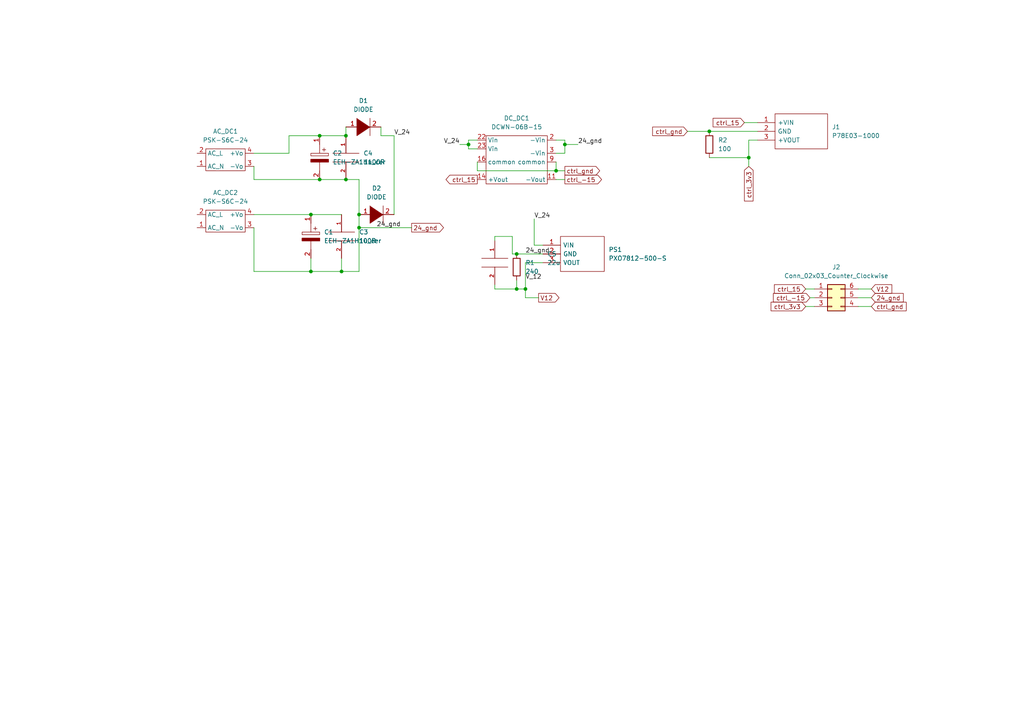
<source format=kicad_sch>
(kicad_sch (version 20211123) (generator eeschema)
  (paper "A4")
  (lib_symbols
    (symbol "Connector_Generic:Conn_02x03_Counter_Clockwise" (pin_names (offset 1.016) hide)
      (property "Reference" "J" (at 1.27 5.08 0))
      (property "Value" "Conn_02x03_Counter_Clockwise" (at 1.27 -5.08 0))
      (symbol "Conn_02x03_Counter_Clockwise_1_1"
        (rectangle (start -1.27 -2.413) (end 0 -2.667) (stroke (width 0.1524)))
        (rectangle (start -1.27 0.127) (end 0 -0.127) (stroke (width 0.1524)))
        (rectangle (start -1.27 2.667) (end 0 2.413) (stroke (width 0.1524)))
        (rectangle (start -1.27 3.81) (end 3.81 -3.81) (stroke (width 0.254)) (fill (type background)))
        (rectangle (start 3.81 -2.413) (end 2.54 -2.667) (stroke (width 0.1524)))
        (rectangle (start 3.81 0.127) (end 2.54 -0.127) (stroke (width 0.1524)))
        (rectangle (start 3.81 2.667) (end 2.54 2.413) (stroke (width 0.1524)))
        (pin passive line (at -5.08 2.54 0) (length 3.81) (name "Pin_1") (number "1"))
        (pin passive line (at -5.08 0 0) (length 3.81) (name "Pin_2") (number "2"))
        (pin passive line (at -5.08 -2.54 0) (length 3.81) (name "Pin_3") (number "3"))
        (pin passive line (at 7.62 -2.54 180) (length 3.81) (name "Pin_4") (number "4"))
        (pin passive line (at 7.62 0 180) (length 3.81) (name "Pin_5") (number "5"))
        (pin passive line (at 7.62 2.54 180) (length 3.81) (name "Pin_6") (number "6"))
      )
    )
    (symbol "DCWN-06B:DCWN-06B-15"
      (property "Reference" "DC_DC" (at 0 2.54 0))
      (property "Value" "DCWN-06B-15" (at 2.54 -17.78 0))
      (symbol "DCWN-06B-15_0_1"
        (rectangle (start -7.62 0) (end 10.16 -13.97))
      )
      (symbol "DCWN-06B-15_1_1"
        (pin output line (at 12.7 -12.7 180) (length 2.54) (name "-Vout") (number "11"))
        (pin output line (at -10.16 -12.7 0) (length 2.54) (name "+Vout") (number "14"))
        (pin output line (at -10.16 -7.62 0) (length 2.54) (name "common") (number "16"))
        (pin input line (at 12.7 -1.27 180) (length 2.54) (name "-Vin") (number "2"))
        (pin input line (at -10.16 -1.27 0) (length 2.54) (name "Vin") (number "22"))
        (pin input line (at -10.16 -3.81 0) (length 2.54) (name "Vin") (number "23"))
        (pin input line (at 12.7 -5.08 180) (length 2.54) (name "-Vin") (number "3"))
        (pin output line (at 12.7 -7.62 180) (length 2.54) (name "common") (number "9"))
      )
    )
    (symbol "Device:R" (pin_numbers hide) (pin_names (offset 0))
      (property "Reference" "R" (at 2.032 0 90))
      (property "Value" "R" (at 0 0 90))
      (symbol "R_0_1"
        (rectangle (start -1.016 -2.54) (end 1.016 2.54) (stroke (width 0.254)))
      )
      (symbol "R_1_1"
        (pin passive line (at 0 3.81 270) (length 1.27) (name "~") (number "1"))
        (pin passive line (at 0 -3.81 90) (length 1.27) (name "~") (number "2"))
      )
    )
    (symbol "PS7803:P78E03-1000" (pin_names (offset 0.762))
      (property "Reference" "J" (at 21.59 7.62 0))
      (property "Value" "P78E03-1000" (at 21.59 5.08 0))
      (symbol "P78E03-1000_0_0"
        (pin passive line (at 0 0 0) (length 5.08) (name "+VIN") (number "1"))
        (pin passive line (at 0 -2.54 0) (length 5.08) (name "GND") (number "2"))
        (pin passive line (at 0 -5.08 0) (length 5.08) (name "+VOUT") (number "3"))
      )
      (symbol "P78E03-1000_0_1"
        (polyline (pts (xy 5.08 2.54) (xy 20.32 2.54) (xy 20.32 -7.62) (xy 5.08 -7.62) (xy 5.08 2.54)) (stroke (width 0.1524)))
      )
    )
    (symbol "PSK-S6C-24:PSK-S6C-24"
      (property "Reference" "AC_DC" (at -1.27 5.08 0))
      (property "Value" "PSK-S6C-24" (at 0 -3.81 0))
      (symbol "PSK-S6C-24_0_1"
        (rectangle (start -6.35 3.81) (end 5.08 -2.54))
      )
      (symbol "PSK-S6C-24_1_1"
        (pin input line (at -8.89 2.54 0) (length 2.54) (name "AC_N") (number "1"))
        (pin input line (at -8.89 -1.27 0) (length 2.54) (name "AC_L") (number "2"))
        (pin output line (at 7.62 2.54 180) (length 2.54) (name "-Vo") (number "3"))
        (pin output line (at 7.62 -1.27 180) (length 2.54) (name "+Vo") (number "4"))
      )
    )
    (symbol "PXO1812:PXO7812-500-S" (pin_names (offset 0.762))
      (property "Reference" "PS" (at 19.05 7.62 0))
      (property "Value" "PXO7812-500-S" (at 19.05 5.08 0))
      (symbol "PXO7812-500-S_0_0"
        (pin passive line (at 0 0 0) (length 5.08) (name "VIN") (number "1"))
        (pin passive line (at 0 -2.54 0) (length 5.08) (name "GND") (number "2"))
        (pin passive line (at 0 -5.08 0) (length 5.08) (name "VOUT") (number "3"))
      )
      (symbol "PXO7812-500-S_0_1"
        (polyline (pts (xy 5.08 2.54) (xy 17.78 2.54) (xy 17.78 -7.62) (xy 5.08 -7.62) (xy 5.08 2.54)) (stroke (width 0.1524)))
      )
    )
    (symbol "electro_cap:EEH-ZA1H100R" (pin_names (offset 0.762))
      (property "Reference" "C" (at 8.89 6.35 0))
      (property "Value" "EEH-ZA1H100R" (at 8.89 3.81 0))
      (symbol "EEH-ZA1H100R_0_0"
        (pin passive line (at 0 0 0) (length 2.54) (name "~") (number "1"))
        (pin passive line (at 12.7 0 180) (length 2.54) (name "~") (number "2"))
      )
      (symbol "EEH-ZA1H100R_0_1"
        (polyline (pts (xy 2.54 0) (xy 5.08 0)) (stroke (width 0.1524)))
        (polyline (pts (xy 4.064 1.778) (xy 4.064 0.762)) (stroke (width 0.1524)))
        (polyline (pts (xy 4.572 1.27) (xy 3.556 1.27)) (stroke (width 0.1524)))
        (polyline (pts (xy 7.62 0) (xy 10.16 0)) (stroke (width 0.1524)))
        (polyline (pts (xy 5.08 2.54) (xy 5.08 -2.54) (xy 5.842 -2.54) (xy 5.842 2.54) (xy 5.08 2.54)) (stroke (width 0.1524)))
        (polyline (pts (xy 7.62 2.54) (xy 7.62 -2.54) (xy 6.858 -2.54) (xy 6.858 2.54) (xy 7.62 2.54)) (stroke (width 0.254)) (fill (type outline)))
      )
    )
    (symbol "pspice:CAP" (pin_names (offset 0.254))
      (property "Reference" "C" (at 2.54 3.81 90))
      (property "Value" "CAP" (at 2.54 -3.81 90))
      (symbol "CAP_0_1"
        (polyline (pts (xy -3.81 -1.27) (xy 3.81 -1.27)))
        (polyline (pts (xy -3.81 1.27) (xy 3.81 1.27)))
      )
      (symbol "CAP_1_1"
        (pin passive line (at 0 6.35 270) (length 5.08) (name "~") (number "1"))
        (pin passive line (at 0 -6.35 90) (length 5.08) (name "~") (number "2"))
      )
    )
    (symbol "pspice:DIODE" (pin_names (offset 1.016) hide)
      (property "Reference" "D" (at 0 3.81 0))
      (property "Value" "DIODE" (at 0 -4.445 0))
      (symbol "DIODE_0_1"
        (polyline (pts (xy 1.905 2.54) (xy 1.905 -2.54)))
        (polyline (pts (xy -1.905 2.54) (xy -1.905 -2.54) (xy 1.905 0)) (fill (type outline)))
      )
      (symbol "DIODE_1_1"
        (pin input line (at -5.08 0 0) (length 3.81) (name "K") (number "1"))
        (pin input line (at 5.08 0 180) (length 3.81) (name "A") (number "2"))
      )
    )
  )
  (junction (at 90.17 78.74))
  (junction (at 135.89 41.91))
  (junction (at 104.14 62.23))
  (junction (at 149.86 83.82))
  (junction (at 100.33 39.37))
  (junction (at 104.14 66.04))
  (junction (at 100.33 52.07))
  (junction (at 92.71 39.37))
  (junction (at 92.71 52.07))
  (junction (at 99.06 78.74))
  (junction (at 163.83 41.91))
  (junction (at 90.17 62.23))
  (junction (at 149.86 73.66))
  (junction (at 217.17 45.72))
  (junction (at 205.74 38.1))
  (junction (at 161.29 49.53))
  (junction (at 152.4 83.82))
  (wire (pts (xy 73.66 44.45) (xy 83.82 44.45)))
  (wire (pts (xy 163.83 41.91) (xy 167.64 41.91)))
  (wire (pts (xy 133.35 41.91) (xy 135.89 41.91)))
  (wire (pts (xy 90.17 78.74) (xy 73.66 78.74)))
  (wire (pts (xy 73.66 52.07) (xy 92.71 52.07)))
  (wire (pts (xy 143.51 83.82) (xy 149.86 83.82)))
  (wire (pts (xy 99.06 78.74) (xy 90.17 78.74)))
  (wire (pts (xy 99.06 74.93) (xy 99.06 78.74)))
  (wire (pts (xy 135.89 40.64) (xy 135.89 41.91)))
  (wire (pts (xy 205.74 45.72) (xy 217.17 45.72)))
  (wire (pts (xy 143.51 69.85) (xy 143.51 68.58)))
  (wire (pts (xy 90.17 62.23) (xy 99.06 62.23)))
  (wire (pts (xy 217.17 45.72) (xy 217.17 48.26)))
  (wire (pts (xy 138.43 46.99) (xy 138.43 49.53)))
  (wire (pts (xy 83.82 44.45) (xy 83.82 39.37)))
  (wire (pts (xy 149.86 81.28) (xy 149.86 83.82)))
  (wire (pts (xy 104.14 62.23) (xy 104.14 66.04)))
  (wire (pts (xy 161.29 49.53) (xy 161.29 46.99)))
  (wire (pts (xy 163.83 44.45) (xy 161.29 44.45)))
  (wire (pts (xy 205.74 38.1) (xy 199.39 38.1)))
  (wire (pts (xy 252.73 83.82) (xy 248.92 83.82)))
  (wire (pts (xy 143.51 82.55) (xy 143.51 83.82)))
  (wire (pts (xy 161.29 52.07) (xy 163.83 52.07)))
  (wire (pts (xy 163.83 40.64) (xy 163.83 41.91)))
  (wire (pts (xy 217.17 40.64) (xy 217.17 45.72)))
  (wire (pts (xy 73.66 62.23) (xy 90.17 62.23)))
  (wire (pts (xy 135.89 43.18) (xy 138.43 43.18)))
  (wire (pts (xy 138.43 40.64) (xy 135.89 40.64)))
  (wire (pts (xy 154.94 71.12) (xy 157.48 71.12)))
  (wire (pts (xy 236.22 88.9) (xy 233.68 88.9)))
  (wire (pts (xy 152.4 76.2) (xy 157.48 76.2)))
  (wire (pts (xy 92.71 39.37) (xy 100.33 39.37)))
  (wire (pts (xy 143.51 68.58) (xy 148.59 68.58)))
  (wire (pts (xy 149.86 73.66) (xy 157.48 73.66)))
  (wire (pts (xy 104.14 52.07) (xy 100.33 52.07)))
  (wire (pts (xy 154.94 63.5) (xy 154.94 71.12)))
  (wire (pts (xy 148.59 73.66) (xy 149.86 73.66)))
  (wire (pts (xy 90.17 74.93) (xy 90.17 78.74)))
  (wire (pts (xy 148.59 68.58) (xy 148.59 73.66)))
  (wire (pts (xy 152.4 86.36) (xy 152.4 83.82)))
  (wire (pts (xy 104.14 78.74) (xy 99.06 78.74)))
  (wire (pts (xy 100.33 36.83) (xy 100.33 39.37)))
  (wire (pts (xy 236.22 86.36) (xy 234.95 86.36)))
  (wire (pts (xy 252.73 88.9) (xy 248.92 88.9)))
  (wire (pts (xy 110.49 39.37) (xy 114.3 39.37)))
  (wire (pts (xy 138.43 49.53) (xy 161.29 49.53)))
  (wire (pts (xy 110.49 36.83) (xy 110.49 39.37)))
  (wire (pts (xy 149.86 83.82) (xy 152.4 83.82)))
  (wire (pts (xy 161.29 40.64) (xy 163.83 40.64)))
  (wire (pts (xy 104.14 78.74) (xy 104.14 66.04)))
  (wire (pts (xy 219.71 35.56) (xy 215.9 35.56)))
  (wire (pts (xy 219.71 40.64) (xy 217.17 40.64)))
  (wire (pts (xy 163.83 41.91) (xy 163.83 44.45)))
  (wire (pts (xy 156.21 86.36) (xy 152.4 86.36)))
  (wire (pts (xy 161.29 49.53) (xy 163.83 49.53)))
  (wire (pts (xy 73.66 52.07) (xy 73.66 48.26)))
  (wire (pts (xy 92.71 52.07) (xy 100.33 52.07)))
  (wire (pts (xy 252.73 86.36) (xy 248.92 86.36)))
  (wire (pts (xy 104.14 66.04) (xy 119.38 66.04)))
  (wire (pts (xy 219.71 38.1) (xy 205.74 38.1)))
  (wire (pts (xy 135.89 41.91) (xy 135.89 43.18)))
  (wire (pts (xy 236.22 83.82) (xy 233.68 83.82)))
  (wire (pts (xy 83.82 39.37) (xy 92.71 39.37)))
  (wire (pts (xy 152.4 76.2) (xy 152.4 83.82)))
  (wire (pts (xy 114.3 39.37) (xy 114.3 62.23)))
  (wire (pts (xy 73.66 78.74) (xy 73.66 66.04)))
  (wire (pts (xy 104.14 52.07) (xy 104.14 62.23)))
  (label "V_24" (at 154.94 63.5 0))
  (label "24_gnd" (at 152.4 73.66 0))
  (label "V_12" (at 152.4 81.28 0))
  (label "24_gnd" (at 109.22 66.04 0))
  (label "V_24" (at 133.35 41.91 180))
  (label "V_24" (at 114.3 39.37 0))
  (label "24_gnd" (at 167.64 41.91 0))
  (global_label "ctrl_gnd" (shape input) (at 199.39 38.1 180) (property "Intersheet References" "${INTERSHEET_REFS}" (effects hide)))
  (global_label "24_gnd" (shape input) (at 252.73 86.36 0) (property "Intersheet References" "${INTERSHEET_REFS}" (effects hide)))
  (global_label "V12" (shape output) (at 156.21 86.36 0) (property "Intersheet References" "${INTERSHEET_REFS}" (effects hide)))
  (global_label "ctrl_15" (shape output) (at 138.43 52.07 180) (property "Intersheet References" "${INTERSHEET_REFS}" (effects hide)))
  (global_label "ctrl_3v3" (shape input) (at 233.68 88.9 180) (property "Intersheet References" "${INTERSHEET_REFS}" (effects hide)))
  (global_label "ctrl_15" (shape input) (at 233.68 83.82 180) (property "Intersheet References" "${INTERSHEET_REFS}" (effects hide)))
  (global_label "24_gnd" (shape output) (at 119.38 66.04 0) (property "Intersheet References" "${INTERSHEET_REFS}" (effects hide)))
  (global_label "ctrl_-15" (shape output) (at 163.83 52.07 0) (property "Intersheet References" "${INTERSHEET_REFS}" (effects hide)))
  (global_label "V12" (shape input) (at 252.73 83.82 0) (property "Intersheet References" "${INTERSHEET_REFS}" (effects hide)))
  (global_label "ctrl_3v3" (shape input) (at 217.17 48.26 270) (property "Intersheet References" "${INTERSHEET_REFS}" (effects hide)))
  (global_label "ctrl_gnd" (shape output) (at 163.83 49.53 0) (property "Intersheet References" "${INTERSHEET_REFS}" (effects hide)))
  (global_label "ctrl_15" (shape input) (at 215.9 35.56 180) (property "Intersheet References" "${INTERSHEET_REFS}" (effects hide)))
  (global_label "ctrl_gnd" (shape input) (at 252.73 88.9 0) (property "Intersheet References" "${INTERSHEET_REFS}" (effects hide)))
  (global_label "ctrl_-15" (shape input) (at 234.95 86.36 180) (property "Intersheet References" "${INTERSHEET_REFS}" (effects hide)))
  (symbol (lib_id "PXO1812:PXO7812-500-S") (at 157.48 71.12 0) (unit 1)
    (property "Reference" "PS1" (at 176.53 72.3899 0) (effects (justify left)))
    (property "Value" "PXO7812-500-S" (at 176.53 74.9299 0) (effects (justify left)))
    (property "Footprint" "PXO:PXO7812500S" (effects hide))
    (property "Datasheet" "https://www.cui.com/product/resource/pxo78-500-s.pdf" (effects hide))
    (property "Description" "Non-Isolated DC/DC Converters dc-dc non-isolated, 0.5 A, 15-36 Vdc input, 12 Vdc output, SIP" (effects hide))
    (property "Height" "9.11" (effects hide))
    (property "Mouser Part Number" "490-PXO7812-500-S" (effects hide))
    (property "Mouser Price/Stock" "https://www.mouser.co.uk/ProductDetail/CUI-Inc/PXO7812-500-S?qs=Y0Uzf4wQF3kdbacxg4U5TQ%3D%3D" (effects hide))
    (property "Manufacturer_Name" "CUI Devices" (effects hide))
    (property "Manufacturer_Part_Number" "PXO7812-500-S" (effects hide))
  )
  (symbol (lib_id "Connector_Generic:Conn_02x03_Counter_Clockwise") (at 241.3 86.36 0) (unit 1)
    (property "Reference" "J2" (at 242.57 77.47 0))
    (property "Value" "Conn_02x03_Counter_Clockwise" (at 242.57 80.01 0))
    (property "Footprint" "Connector_PinSocket_2.54mm:PinSocket_2x03_P2.54mm_Vertical" (effects hide))
  )
  (symbol (lib_id "pspice:CAP") (at 99.06 68.58 0) (unit 1)
    (property "Reference" "C3" (at 104.14 67.3099 0) (effects (justify left)))
    (property "Value" "1u_cer" (at 104.14 69.8499 0) (effects (justify left)))
    (property "Footprint" "Capacitor_SMD:C_1206_3216Metric_Pad1.33x1.80mm_HandSolder" (effects hide))
  )
  (symbol (lib_id "pspice:CAP") (at 100.33 45.72 0) (unit 1)
    (property "Reference" "C4" (at 105.41 44.4499 0) (effects (justify left)))
    (property "Value" "1u_cer" (at 105.41 46.9899 0) (effects (justify left)))
    (property "Footprint" "Capacitor_SMD:C_1206_3216Metric_Pad1.33x1.80mm_HandSolder" (effects hide))
  )
  (symbol (lib_id "electro_cap:EEH-ZA1H100R") (at 92.71 39.37 270) (unit 1)
    (property "Reference" "C2" (at 96.52 44.4499 90) (effects (justify left)))
    (property "Value" "EEH-ZA1H100R" (at 96.52 46.9899 90) (effects (justify left)))
    (property "Footprint" "EEHZA1H100R" (effects hide))
    (property "Datasheet" "http://industrial.panasonic.com/cdbs/www-data/pdf/RDD0000/ABA0000C1221.pdf" (effects hide))
    (property "Description" "Aluminum Organic Polymer Capacitors 10uF 50volt AEC-Q200" (effects hide))
    (property "Height" "6.1" (effects hide))
    (property "Mouser Part Number" "667-EEH-ZA1H100R" (effects hide))
    (property "Mouser Price/Stock" "https://www.mouser.co.uk/ProductDetail/Panasonic/EEH-ZA1H100R?qs=7UCyOFMWVHYLkHnrAgGq6g%3D%3D" (effects hide))
    (property "Manufacturer_Name" "Panasonic" (effects hide))
    (property "Manufacturer_Part_Number" "EEH-ZA1H100R" (effects hide))
  )
  (symbol (lib_id "Device:R") (at 205.74 41.91 0) (unit 1)
    (property "Reference" "R2" (at 208.28 40.6399 0) (effects (justify left)))
    (property "Value" "100" (at 208.28 43.1799 0) (effects (justify left)))
    (property "Footprint" "Resistor_SMD:R_1206_3216Metric_Pad1.30x1.75mm_HandSolder" (effects hide))
  )
  (symbol (lib_id "PSK-S6C-24:PSK-S6C-24") (at 66.04 63.5 0) (mirror x) (unit 1)
    (property "Reference" "AC_DC2" (at 65.405 55.88 0))
    (property "Value" "PSK-S6C-24" (at 65.405 58.42 0))
    (property "Footprint" "PSK-S6C-24:PSK-S6C-24" (effects hide))
  )
  (symbol (lib_id "PS7803:P78E03-1000") (at 219.71 35.56 0) (unit 1)
    (property "Reference" "J1" (at 241.3 36.8299 0) (effects (justify left)))
    (property "Value" "P78E03-1000" (at 241.3 39.3699 0) (effects (justify left)))
    (property "Footprint" "P7803:P78E031000" (effects hide))
    (property "Datasheet" "https://datasheet.datasheetarchive.com/originals/distributors/DKDS42/DSANUWW0043051.pdf" (effects hide))
    (property "Description" "dc-dc non-isolated, 1.0 A, 636 Vdc input, 3.3 Vdc output, SIP" (effects hide))
    (property "Height" "10.9" (effects hide))
    (property "Mouser Part Number" "490-P78E03-1000" (effects hide))
    (property "Mouser Price/Stock" "https://www.mouser.co.uk/ProductDetail/CUI-Inc/P78E03-1000?qs=qSfuJ%252Bfl%2Fd7nA5RBt1peaw%3D%3D" (effects hide))
    (property "Manufacturer_Name" "CUI Inc." (effects hide))
    (property "Manufacturer_Part_Number" "P78E03-1000" (effects hide))
  )
  (symbol (lib_id "pspice:CAP") (at 143.51 76.2 0) (unit 1)
    (property "Reference" "C5" (at 158.75 73.66 0) (effects (justify left)))
    (property "Value" "22u" (at 158.75 76.2 0) (effects (justify left)))
    (property "Footprint" "Resistor_SMD:R_1206_3216Metric_Pad1.30x1.75mm_HandSolder" (effects hide))
  )
  (symbol (lib_id "PSK-S6C-24:PSK-S6C-24") (at 66.04 45.72 0) (mirror x) (unit 1)
    (property "Reference" "AC_DC1" (at 65.405 38.1 0))
    (property "Value" "PSK-S6C-24" (at 65.405 40.64 0))
    (property "Footprint" "PSK-S6C-24:PSK-S6C-24" (effects hide))
  )
  (symbol (lib_id "electro_cap:EEH-ZA1H100R") (at 90.17 62.23 270) (unit 1)
    (property "Reference" "C1" (at 93.98 67.3099 90) (effects (justify left)))
    (property "Value" "EEH-ZA1H100R" (at 93.98 69.8499 90) (effects (justify left)))
    (property "Footprint" "EEHZA1H100R" (effects hide))
    (property "Datasheet" "http://industrial.panasonic.com/cdbs/www-data/pdf/RDD0000/ABA0000C1221.pdf" (effects hide))
    (property "Description" "Aluminum Organic Polymer Capacitors 10uF 50volt AEC-Q200" (effects hide))
    (property "Height" "6.1" (effects hide))
    (property "Mouser Part Number" "667-EEH-ZA1H100R" (effects hide))
    (property "Mouser Price/Stock" "https://www.mouser.co.uk/ProductDetail/Panasonic/EEH-ZA1H100R?qs=7UCyOFMWVHYLkHnrAgGq6g%3D%3D" (effects hide))
    (property "Manufacturer_Name" "Panasonic" (effects hide))
    (property "Manufacturer_Part_Number" "EEH-ZA1H100R" (effects hide))
  )
  (symbol (lib_id "pspice:DIODE") (at 109.22 62.23 0) (unit 1)
    (property "Reference" "D2" (at 109.22 54.61 0))
    (property "Value" "DIODE" (at 109.22 57.15 0))
    (property "Footprint" "Diode_SMD:D_1206_3216Metric_Pad1.42x1.75mm_HandSolder" (effects hide))
  )
  (symbol (lib_id "Device:R") (at 149.86 77.47 0) (unit 1)
    (property "Reference" "R1" (at 152.4 76.1999 0) (effects (justify left)))
    (property "Value" "240" (at 152.4 78.7399 0) (effects (justify left)))
    (property "Footprint" "Resistor_SMD:R_1206_3216Metric_Pad1.30x1.75mm_HandSolder" (effects hide))
  )
  (symbol (lib_id "pspice:DIODE") (at 105.41 36.83 0) (unit 1)
    (property "Reference" "D1" (at 105.41 29.21 0))
    (property "Value" "DIODE" (at 105.41 31.75 0))
    (property "Footprint" "Diode_SMD:D_1206_3216Metric_Pad1.42x1.75mm_HandSolder" (effects hide))
  )
  (symbol (lib_id "DCWN-06B:DCWN-06B-15") (at 148.59 39.37 0) (unit 1)
    (property "Reference" "DC_DC1" (at 149.86 34.29 0))
    (property "Value" "DCWN-06B-15" (at 149.86 36.83 0))
    (property "Footprint" "DCWN-06B:DCWN-06B" (effects hide))
  )
)
</source>
